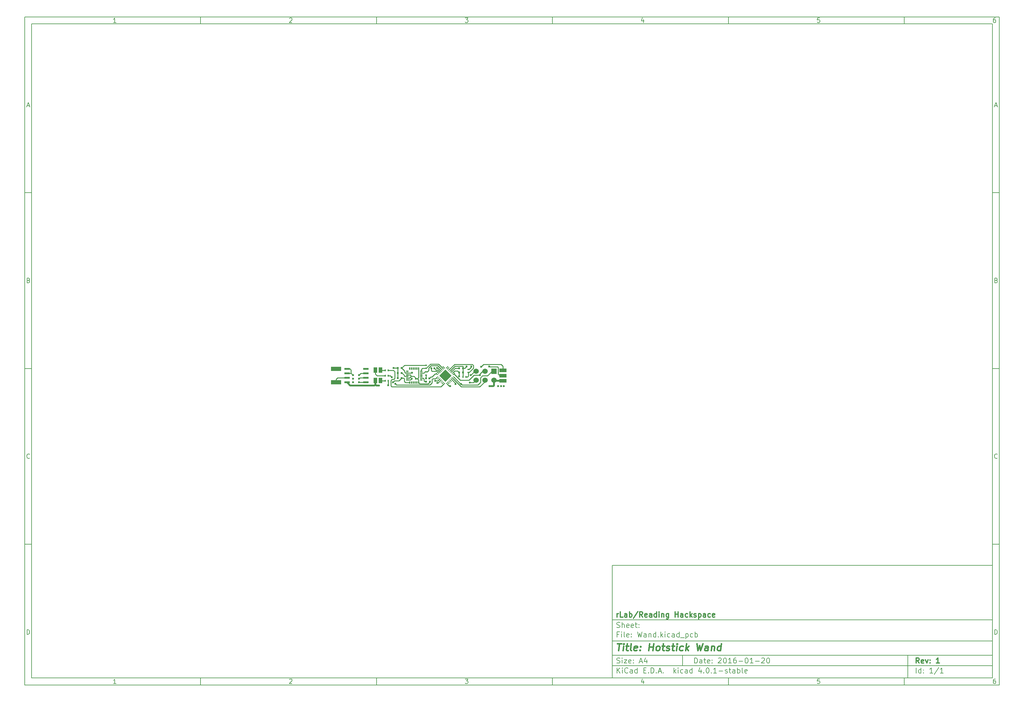
<source format=gbr>
G04 #@! TF.FileFunction,Copper,L1,Top,Signal*
%FSLAX46Y46*%
G04 Gerber Fmt 4.6, Leading zero omitted, Abs format (unit mm)*
G04 Created by KiCad (PCBNEW 4.0.1-stable) date 29/01/2016 19:20:18*
%MOMM*%
G01*
G04 APERTURE LIST*
%ADD10C,0.100000*%
%ADD11C,0.150000*%
%ADD12C,0.300000*%
%ADD13C,0.400000*%
%ADD14R,2.000000X1.000000*%
%ADD15R,0.350000X0.800000*%
%ADD16R,0.800000X0.350000*%
%ADD17R,1.550000X0.600000*%
%ADD18R,0.400000X0.600000*%
%ADD19R,0.600000X0.400000*%
%ADD20R,3.000000X1.200000*%
%ADD21R,0.600000X0.500000*%
%ADD22R,1.100000X1.500000*%
%ADD23R,1.524000X1.524000*%
%ADD24C,1.524000*%
%ADD25C,0.600000*%
%ADD26C,0.500000*%
%ADD27C,0.250000*%
G04 APERTURE END LIST*
D10*
D11*
X177002200Y-166007200D02*
X177002200Y-198007200D01*
X285002200Y-198007200D01*
X285002200Y-166007200D01*
X177002200Y-166007200D01*
D10*
D11*
X10000000Y-10000000D02*
X10000000Y-200007200D01*
X287002200Y-200007200D01*
X287002200Y-10000000D01*
X10000000Y-10000000D01*
D10*
D11*
X12000000Y-12000000D02*
X12000000Y-198007200D01*
X285002200Y-198007200D01*
X285002200Y-12000000D01*
X12000000Y-12000000D01*
D10*
D11*
X60000000Y-12000000D02*
X60000000Y-10000000D01*
D10*
D11*
X110000000Y-12000000D02*
X110000000Y-10000000D01*
D10*
D11*
X160000000Y-12000000D02*
X160000000Y-10000000D01*
D10*
D11*
X210000000Y-12000000D02*
X210000000Y-10000000D01*
D10*
D11*
X260000000Y-12000000D02*
X260000000Y-10000000D01*
D10*
D11*
X35990476Y-11588095D02*
X35247619Y-11588095D01*
X35619048Y-11588095D02*
X35619048Y-10288095D01*
X35495238Y-10473810D01*
X35371429Y-10597619D01*
X35247619Y-10659524D01*
D10*
D11*
X85247619Y-10411905D02*
X85309524Y-10350000D01*
X85433333Y-10288095D01*
X85742857Y-10288095D01*
X85866667Y-10350000D01*
X85928571Y-10411905D01*
X85990476Y-10535714D01*
X85990476Y-10659524D01*
X85928571Y-10845238D01*
X85185714Y-11588095D01*
X85990476Y-11588095D01*
D10*
D11*
X135185714Y-10288095D02*
X135990476Y-10288095D01*
X135557143Y-10783333D01*
X135742857Y-10783333D01*
X135866667Y-10845238D01*
X135928571Y-10907143D01*
X135990476Y-11030952D01*
X135990476Y-11340476D01*
X135928571Y-11464286D01*
X135866667Y-11526190D01*
X135742857Y-11588095D01*
X135371429Y-11588095D01*
X135247619Y-11526190D01*
X135185714Y-11464286D01*
D10*
D11*
X185866667Y-10721429D02*
X185866667Y-11588095D01*
X185557143Y-10226190D02*
X185247619Y-11154762D01*
X186052381Y-11154762D01*
D10*
D11*
X235928571Y-10288095D02*
X235309524Y-10288095D01*
X235247619Y-10907143D01*
X235309524Y-10845238D01*
X235433333Y-10783333D01*
X235742857Y-10783333D01*
X235866667Y-10845238D01*
X235928571Y-10907143D01*
X235990476Y-11030952D01*
X235990476Y-11340476D01*
X235928571Y-11464286D01*
X235866667Y-11526190D01*
X235742857Y-11588095D01*
X235433333Y-11588095D01*
X235309524Y-11526190D01*
X235247619Y-11464286D01*
D10*
D11*
X285866667Y-10288095D02*
X285619048Y-10288095D01*
X285495238Y-10350000D01*
X285433333Y-10411905D01*
X285309524Y-10597619D01*
X285247619Y-10845238D01*
X285247619Y-11340476D01*
X285309524Y-11464286D01*
X285371429Y-11526190D01*
X285495238Y-11588095D01*
X285742857Y-11588095D01*
X285866667Y-11526190D01*
X285928571Y-11464286D01*
X285990476Y-11340476D01*
X285990476Y-11030952D01*
X285928571Y-10907143D01*
X285866667Y-10845238D01*
X285742857Y-10783333D01*
X285495238Y-10783333D01*
X285371429Y-10845238D01*
X285309524Y-10907143D01*
X285247619Y-11030952D01*
D10*
D11*
X60000000Y-198007200D02*
X60000000Y-200007200D01*
D10*
D11*
X110000000Y-198007200D02*
X110000000Y-200007200D01*
D10*
D11*
X160000000Y-198007200D02*
X160000000Y-200007200D01*
D10*
D11*
X210000000Y-198007200D02*
X210000000Y-200007200D01*
D10*
D11*
X260000000Y-198007200D02*
X260000000Y-200007200D01*
D10*
D11*
X35990476Y-199595295D02*
X35247619Y-199595295D01*
X35619048Y-199595295D02*
X35619048Y-198295295D01*
X35495238Y-198481010D01*
X35371429Y-198604819D01*
X35247619Y-198666724D01*
D10*
D11*
X85247619Y-198419105D02*
X85309524Y-198357200D01*
X85433333Y-198295295D01*
X85742857Y-198295295D01*
X85866667Y-198357200D01*
X85928571Y-198419105D01*
X85990476Y-198542914D01*
X85990476Y-198666724D01*
X85928571Y-198852438D01*
X85185714Y-199595295D01*
X85990476Y-199595295D01*
D10*
D11*
X135185714Y-198295295D02*
X135990476Y-198295295D01*
X135557143Y-198790533D01*
X135742857Y-198790533D01*
X135866667Y-198852438D01*
X135928571Y-198914343D01*
X135990476Y-199038152D01*
X135990476Y-199347676D01*
X135928571Y-199471486D01*
X135866667Y-199533390D01*
X135742857Y-199595295D01*
X135371429Y-199595295D01*
X135247619Y-199533390D01*
X135185714Y-199471486D01*
D10*
D11*
X185866667Y-198728629D02*
X185866667Y-199595295D01*
X185557143Y-198233390D02*
X185247619Y-199161962D01*
X186052381Y-199161962D01*
D10*
D11*
X235928571Y-198295295D02*
X235309524Y-198295295D01*
X235247619Y-198914343D01*
X235309524Y-198852438D01*
X235433333Y-198790533D01*
X235742857Y-198790533D01*
X235866667Y-198852438D01*
X235928571Y-198914343D01*
X235990476Y-199038152D01*
X235990476Y-199347676D01*
X235928571Y-199471486D01*
X235866667Y-199533390D01*
X235742857Y-199595295D01*
X235433333Y-199595295D01*
X235309524Y-199533390D01*
X235247619Y-199471486D01*
D10*
D11*
X285866667Y-198295295D02*
X285619048Y-198295295D01*
X285495238Y-198357200D01*
X285433333Y-198419105D01*
X285309524Y-198604819D01*
X285247619Y-198852438D01*
X285247619Y-199347676D01*
X285309524Y-199471486D01*
X285371429Y-199533390D01*
X285495238Y-199595295D01*
X285742857Y-199595295D01*
X285866667Y-199533390D01*
X285928571Y-199471486D01*
X285990476Y-199347676D01*
X285990476Y-199038152D01*
X285928571Y-198914343D01*
X285866667Y-198852438D01*
X285742857Y-198790533D01*
X285495238Y-198790533D01*
X285371429Y-198852438D01*
X285309524Y-198914343D01*
X285247619Y-199038152D01*
D10*
D11*
X10000000Y-60000000D02*
X12000000Y-60000000D01*
D10*
D11*
X10000000Y-110000000D02*
X12000000Y-110000000D01*
D10*
D11*
X10000000Y-160000000D02*
X12000000Y-160000000D01*
D10*
D11*
X10690476Y-35216667D02*
X11309524Y-35216667D01*
X10566667Y-35588095D02*
X11000000Y-34288095D01*
X11433333Y-35588095D01*
D10*
D11*
X11092857Y-84907143D02*
X11278571Y-84969048D01*
X11340476Y-85030952D01*
X11402381Y-85154762D01*
X11402381Y-85340476D01*
X11340476Y-85464286D01*
X11278571Y-85526190D01*
X11154762Y-85588095D01*
X10659524Y-85588095D01*
X10659524Y-84288095D01*
X11092857Y-84288095D01*
X11216667Y-84350000D01*
X11278571Y-84411905D01*
X11340476Y-84535714D01*
X11340476Y-84659524D01*
X11278571Y-84783333D01*
X11216667Y-84845238D01*
X11092857Y-84907143D01*
X10659524Y-84907143D01*
D10*
D11*
X11402381Y-135464286D02*
X11340476Y-135526190D01*
X11154762Y-135588095D01*
X11030952Y-135588095D01*
X10845238Y-135526190D01*
X10721429Y-135402381D01*
X10659524Y-135278571D01*
X10597619Y-135030952D01*
X10597619Y-134845238D01*
X10659524Y-134597619D01*
X10721429Y-134473810D01*
X10845238Y-134350000D01*
X11030952Y-134288095D01*
X11154762Y-134288095D01*
X11340476Y-134350000D01*
X11402381Y-134411905D01*
D10*
D11*
X10659524Y-185588095D02*
X10659524Y-184288095D01*
X10969048Y-184288095D01*
X11154762Y-184350000D01*
X11278571Y-184473810D01*
X11340476Y-184597619D01*
X11402381Y-184845238D01*
X11402381Y-185030952D01*
X11340476Y-185278571D01*
X11278571Y-185402381D01*
X11154762Y-185526190D01*
X10969048Y-185588095D01*
X10659524Y-185588095D01*
D10*
D11*
X287002200Y-60000000D02*
X285002200Y-60000000D01*
D10*
D11*
X287002200Y-110000000D02*
X285002200Y-110000000D01*
D10*
D11*
X287002200Y-160000000D02*
X285002200Y-160000000D01*
D10*
D11*
X285692676Y-35216667D02*
X286311724Y-35216667D01*
X285568867Y-35588095D02*
X286002200Y-34288095D01*
X286435533Y-35588095D01*
D10*
D11*
X286095057Y-84907143D02*
X286280771Y-84969048D01*
X286342676Y-85030952D01*
X286404581Y-85154762D01*
X286404581Y-85340476D01*
X286342676Y-85464286D01*
X286280771Y-85526190D01*
X286156962Y-85588095D01*
X285661724Y-85588095D01*
X285661724Y-84288095D01*
X286095057Y-84288095D01*
X286218867Y-84350000D01*
X286280771Y-84411905D01*
X286342676Y-84535714D01*
X286342676Y-84659524D01*
X286280771Y-84783333D01*
X286218867Y-84845238D01*
X286095057Y-84907143D01*
X285661724Y-84907143D01*
D10*
D11*
X286404581Y-135464286D02*
X286342676Y-135526190D01*
X286156962Y-135588095D01*
X286033152Y-135588095D01*
X285847438Y-135526190D01*
X285723629Y-135402381D01*
X285661724Y-135278571D01*
X285599819Y-135030952D01*
X285599819Y-134845238D01*
X285661724Y-134597619D01*
X285723629Y-134473810D01*
X285847438Y-134350000D01*
X286033152Y-134288095D01*
X286156962Y-134288095D01*
X286342676Y-134350000D01*
X286404581Y-134411905D01*
D10*
D11*
X285661724Y-185588095D02*
X285661724Y-184288095D01*
X285971248Y-184288095D01*
X286156962Y-184350000D01*
X286280771Y-184473810D01*
X286342676Y-184597619D01*
X286404581Y-184845238D01*
X286404581Y-185030952D01*
X286342676Y-185278571D01*
X286280771Y-185402381D01*
X286156962Y-185526190D01*
X285971248Y-185588095D01*
X285661724Y-185588095D01*
D10*
D11*
X200359343Y-193785771D02*
X200359343Y-192285771D01*
X200716486Y-192285771D01*
X200930771Y-192357200D01*
X201073629Y-192500057D01*
X201145057Y-192642914D01*
X201216486Y-192928629D01*
X201216486Y-193142914D01*
X201145057Y-193428629D01*
X201073629Y-193571486D01*
X200930771Y-193714343D01*
X200716486Y-193785771D01*
X200359343Y-193785771D01*
X202502200Y-193785771D02*
X202502200Y-193000057D01*
X202430771Y-192857200D01*
X202287914Y-192785771D01*
X202002200Y-192785771D01*
X201859343Y-192857200D01*
X202502200Y-193714343D02*
X202359343Y-193785771D01*
X202002200Y-193785771D01*
X201859343Y-193714343D01*
X201787914Y-193571486D01*
X201787914Y-193428629D01*
X201859343Y-193285771D01*
X202002200Y-193214343D01*
X202359343Y-193214343D01*
X202502200Y-193142914D01*
X203002200Y-192785771D02*
X203573629Y-192785771D01*
X203216486Y-192285771D02*
X203216486Y-193571486D01*
X203287914Y-193714343D01*
X203430772Y-193785771D01*
X203573629Y-193785771D01*
X204645057Y-193714343D02*
X204502200Y-193785771D01*
X204216486Y-193785771D01*
X204073629Y-193714343D01*
X204002200Y-193571486D01*
X204002200Y-193000057D01*
X204073629Y-192857200D01*
X204216486Y-192785771D01*
X204502200Y-192785771D01*
X204645057Y-192857200D01*
X204716486Y-193000057D01*
X204716486Y-193142914D01*
X204002200Y-193285771D01*
X205359343Y-193642914D02*
X205430771Y-193714343D01*
X205359343Y-193785771D01*
X205287914Y-193714343D01*
X205359343Y-193642914D01*
X205359343Y-193785771D01*
X205359343Y-192857200D02*
X205430771Y-192928629D01*
X205359343Y-193000057D01*
X205287914Y-192928629D01*
X205359343Y-192857200D01*
X205359343Y-193000057D01*
X207145057Y-192428629D02*
X207216486Y-192357200D01*
X207359343Y-192285771D01*
X207716486Y-192285771D01*
X207859343Y-192357200D01*
X207930772Y-192428629D01*
X208002200Y-192571486D01*
X208002200Y-192714343D01*
X207930772Y-192928629D01*
X207073629Y-193785771D01*
X208002200Y-193785771D01*
X208930771Y-192285771D02*
X209073628Y-192285771D01*
X209216485Y-192357200D01*
X209287914Y-192428629D01*
X209359343Y-192571486D01*
X209430771Y-192857200D01*
X209430771Y-193214343D01*
X209359343Y-193500057D01*
X209287914Y-193642914D01*
X209216485Y-193714343D01*
X209073628Y-193785771D01*
X208930771Y-193785771D01*
X208787914Y-193714343D01*
X208716485Y-193642914D01*
X208645057Y-193500057D01*
X208573628Y-193214343D01*
X208573628Y-192857200D01*
X208645057Y-192571486D01*
X208716485Y-192428629D01*
X208787914Y-192357200D01*
X208930771Y-192285771D01*
X210859342Y-193785771D02*
X210002199Y-193785771D01*
X210430771Y-193785771D02*
X210430771Y-192285771D01*
X210287914Y-192500057D01*
X210145056Y-192642914D01*
X210002199Y-192714343D01*
X212145056Y-192285771D02*
X211859342Y-192285771D01*
X211716485Y-192357200D01*
X211645056Y-192428629D01*
X211502199Y-192642914D01*
X211430770Y-192928629D01*
X211430770Y-193500057D01*
X211502199Y-193642914D01*
X211573627Y-193714343D01*
X211716485Y-193785771D01*
X212002199Y-193785771D01*
X212145056Y-193714343D01*
X212216485Y-193642914D01*
X212287913Y-193500057D01*
X212287913Y-193142914D01*
X212216485Y-193000057D01*
X212145056Y-192928629D01*
X212002199Y-192857200D01*
X211716485Y-192857200D01*
X211573627Y-192928629D01*
X211502199Y-193000057D01*
X211430770Y-193142914D01*
X212930770Y-193214343D02*
X214073627Y-193214343D01*
X215073627Y-192285771D02*
X215216484Y-192285771D01*
X215359341Y-192357200D01*
X215430770Y-192428629D01*
X215502199Y-192571486D01*
X215573627Y-192857200D01*
X215573627Y-193214343D01*
X215502199Y-193500057D01*
X215430770Y-193642914D01*
X215359341Y-193714343D01*
X215216484Y-193785771D01*
X215073627Y-193785771D01*
X214930770Y-193714343D01*
X214859341Y-193642914D01*
X214787913Y-193500057D01*
X214716484Y-193214343D01*
X214716484Y-192857200D01*
X214787913Y-192571486D01*
X214859341Y-192428629D01*
X214930770Y-192357200D01*
X215073627Y-192285771D01*
X217002198Y-193785771D02*
X216145055Y-193785771D01*
X216573627Y-193785771D02*
X216573627Y-192285771D01*
X216430770Y-192500057D01*
X216287912Y-192642914D01*
X216145055Y-192714343D01*
X217645055Y-193214343D02*
X218787912Y-193214343D01*
X219430769Y-192428629D02*
X219502198Y-192357200D01*
X219645055Y-192285771D01*
X220002198Y-192285771D01*
X220145055Y-192357200D01*
X220216484Y-192428629D01*
X220287912Y-192571486D01*
X220287912Y-192714343D01*
X220216484Y-192928629D01*
X219359341Y-193785771D01*
X220287912Y-193785771D01*
X221216483Y-192285771D02*
X221359340Y-192285771D01*
X221502197Y-192357200D01*
X221573626Y-192428629D01*
X221645055Y-192571486D01*
X221716483Y-192857200D01*
X221716483Y-193214343D01*
X221645055Y-193500057D01*
X221573626Y-193642914D01*
X221502197Y-193714343D01*
X221359340Y-193785771D01*
X221216483Y-193785771D01*
X221073626Y-193714343D01*
X221002197Y-193642914D01*
X220930769Y-193500057D01*
X220859340Y-193214343D01*
X220859340Y-192857200D01*
X220930769Y-192571486D01*
X221002197Y-192428629D01*
X221073626Y-192357200D01*
X221216483Y-192285771D01*
D10*
D11*
X177002200Y-194507200D02*
X285002200Y-194507200D01*
D10*
D11*
X178359343Y-196585771D02*
X178359343Y-195085771D01*
X179216486Y-196585771D02*
X178573629Y-195728629D01*
X179216486Y-195085771D02*
X178359343Y-195942914D01*
X179859343Y-196585771D02*
X179859343Y-195585771D01*
X179859343Y-195085771D02*
X179787914Y-195157200D01*
X179859343Y-195228629D01*
X179930771Y-195157200D01*
X179859343Y-195085771D01*
X179859343Y-195228629D01*
X181430772Y-196442914D02*
X181359343Y-196514343D01*
X181145057Y-196585771D01*
X181002200Y-196585771D01*
X180787915Y-196514343D01*
X180645057Y-196371486D01*
X180573629Y-196228629D01*
X180502200Y-195942914D01*
X180502200Y-195728629D01*
X180573629Y-195442914D01*
X180645057Y-195300057D01*
X180787915Y-195157200D01*
X181002200Y-195085771D01*
X181145057Y-195085771D01*
X181359343Y-195157200D01*
X181430772Y-195228629D01*
X182716486Y-196585771D02*
X182716486Y-195800057D01*
X182645057Y-195657200D01*
X182502200Y-195585771D01*
X182216486Y-195585771D01*
X182073629Y-195657200D01*
X182716486Y-196514343D02*
X182573629Y-196585771D01*
X182216486Y-196585771D01*
X182073629Y-196514343D01*
X182002200Y-196371486D01*
X182002200Y-196228629D01*
X182073629Y-196085771D01*
X182216486Y-196014343D01*
X182573629Y-196014343D01*
X182716486Y-195942914D01*
X184073629Y-196585771D02*
X184073629Y-195085771D01*
X184073629Y-196514343D02*
X183930772Y-196585771D01*
X183645058Y-196585771D01*
X183502200Y-196514343D01*
X183430772Y-196442914D01*
X183359343Y-196300057D01*
X183359343Y-195871486D01*
X183430772Y-195728629D01*
X183502200Y-195657200D01*
X183645058Y-195585771D01*
X183930772Y-195585771D01*
X184073629Y-195657200D01*
X185930772Y-195800057D02*
X186430772Y-195800057D01*
X186645058Y-196585771D02*
X185930772Y-196585771D01*
X185930772Y-195085771D01*
X186645058Y-195085771D01*
X187287915Y-196442914D02*
X187359343Y-196514343D01*
X187287915Y-196585771D01*
X187216486Y-196514343D01*
X187287915Y-196442914D01*
X187287915Y-196585771D01*
X188002201Y-196585771D02*
X188002201Y-195085771D01*
X188359344Y-195085771D01*
X188573629Y-195157200D01*
X188716487Y-195300057D01*
X188787915Y-195442914D01*
X188859344Y-195728629D01*
X188859344Y-195942914D01*
X188787915Y-196228629D01*
X188716487Y-196371486D01*
X188573629Y-196514343D01*
X188359344Y-196585771D01*
X188002201Y-196585771D01*
X189502201Y-196442914D02*
X189573629Y-196514343D01*
X189502201Y-196585771D01*
X189430772Y-196514343D01*
X189502201Y-196442914D01*
X189502201Y-196585771D01*
X190145058Y-196157200D02*
X190859344Y-196157200D01*
X190002201Y-196585771D02*
X190502201Y-195085771D01*
X191002201Y-196585771D01*
X191502201Y-196442914D02*
X191573629Y-196514343D01*
X191502201Y-196585771D01*
X191430772Y-196514343D01*
X191502201Y-196442914D01*
X191502201Y-196585771D01*
X194502201Y-196585771D02*
X194502201Y-195085771D01*
X194645058Y-196014343D02*
X195073629Y-196585771D01*
X195073629Y-195585771D02*
X194502201Y-196157200D01*
X195716487Y-196585771D02*
X195716487Y-195585771D01*
X195716487Y-195085771D02*
X195645058Y-195157200D01*
X195716487Y-195228629D01*
X195787915Y-195157200D01*
X195716487Y-195085771D01*
X195716487Y-195228629D01*
X197073630Y-196514343D02*
X196930773Y-196585771D01*
X196645059Y-196585771D01*
X196502201Y-196514343D01*
X196430773Y-196442914D01*
X196359344Y-196300057D01*
X196359344Y-195871486D01*
X196430773Y-195728629D01*
X196502201Y-195657200D01*
X196645059Y-195585771D01*
X196930773Y-195585771D01*
X197073630Y-195657200D01*
X198359344Y-196585771D02*
X198359344Y-195800057D01*
X198287915Y-195657200D01*
X198145058Y-195585771D01*
X197859344Y-195585771D01*
X197716487Y-195657200D01*
X198359344Y-196514343D02*
X198216487Y-196585771D01*
X197859344Y-196585771D01*
X197716487Y-196514343D01*
X197645058Y-196371486D01*
X197645058Y-196228629D01*
X197716487Y-196085771D01*
X197859344Y-196014343D01*
X198216487Y-196014343D01*
X198359344Y-195942914D01*
X199716487Y-196585771D02*
X199716487Y-195085771D01*
X199716487Y-196514343D02*
X199573630Y-196585771D01*
X199287916Y-196585771D01*
X199145058Y-196514343D01*
X199073630Y-196442914D01*
X199002201Y-196300057D01*
X199002201Y-195871486D01*
X199073630Y-195728629D01*
X199145058Y-195657200D01*
X199287916Y-195585771D01*
X199573630Y-195585771D01*
X199716487Y-195657200D01*
X202216487Y-195585771D02*
X202216487Y-196585771D01*
X201859344Y-195014343D02*
X201502201Y-196085771D01*
X202430773Y-196085771D01*
X203002201Y-196442914D02*
X203073629Y-196514343D01*
X203002201Y-196585771D01*
X202930772Y-196514343D01*
X203002201Y-196442914D01*
X203002201Y-196585771D01*
X204002201Y-195085771D02*
X204145058Y-195085771D01*
X204287915Y-195157200D01*
X204359344Y-195228629D01*
X204430773Y-195371486D01*
X204502201Y-195657200D01*
X204502201Y-196014343D01*
X204430773Y-196300057D01*
X204359344Y-196442914D01*
X204287915Y-196514343D01*
X204145058Y-196585771D01*
X204002201Y-196585771D01*
X203859344Y-196514343D01*
X203787915Y-196442914D01*
X203716487Y-196300057D01*
X203645058Y-196014343D01*
X203645058Y-195657200D01*
X203716487Y-195371486D01*
X203787915Y-195228629D01*
X203859344Y-195157200D01*
X204002201Y-195085771D01*
X205145058Y-196442914D02*
X205216486Y-196514343D01*
X205145058Y-196585771D01*
X205073629Y-196514343D01*
X205145058Y-196442914D01*
X205145058Y-196585771D01*
X206645058Y-196585771D02*
X205787915Y-196585771D01*
X206216487Y-196585771D02*
X206216487Y-195085771D01*
X206073630Y-195300057D01*
X205930772Y-195442914D01*
X205787915Y-195514343D01*
X207287915Y-196014343D02*
X208430772Y-196014343D01*
X209073629Y-196514343D02*
X209216486Y-196585771D01*
X209502201Y-196585771D01*
X209645058Y-196514343D01*
X209716486Y-196371486D01*
X209716486Y-196300057D01*
X209645058Y-196157200D01*
X209502201Y-196085771D01*
X209287915Y-196085771D01*
X209145058Y-196014343D01*
X209073629Y-195871486D01*
X209073629Y-195800057D01*
X209145058Y-195657200D01*
X209287915Y-195585771D01*
X209502201Y-195585771D01*
X209645058Y-195657200D01*
X210145058Y-195585771D02*
X210716487Y-195585771D01*
X210359344Y-195085771D02*
X210359344Y-196371486D01*
X210430772Y-196514343D01*
X210573630Y-196585771D01*
X210716487Y-196585771D01*
X211859344Y-196585771D02*
X211859344Y-195800057D01*
X211787915Y-195657200D01*
X211645058Y-195585771D01*
X211359344Y-195585771D01*
X211216487Y-195657200D01*
X211859344Y-196514343D02*
X211716487Y-196585771D01*
X211359344Y-196585771D01*
X211216487Y-196514343D01*
X211145058Y-196371486D01*
X211145058Y-196228629D01*
X211216487Y-196085771D01*
X211359344Y-196014343D01*
X211716487Y-196014343D01*
X211859344Y-195942914D01*
X212573630Y-196585771D02*
X212573630Y-195085771D01*
X212573630Y-195657200D02*
X212716487Y-195585771D01*
X213002201Y-195585771D01*
X213145058Y-195657200D01*
X213216487Y-195728629D01*
X213287916Y-195871486D01*
X213287916Y-196300057D01*
X213216487Y-196442914D01*
X213145058Y-196514343D01*
X213002201Y-196585771D01*
X212716487Y-196585771D01*
X212573630Y-196514343D01*
X214145059Y-196585771D02*
X214002201Y-196514343D01*
X213930773Y-196371486D01*
X213930773Y-195085771D01*
X215287915Y-196514343D02*
X215145058Y-196585771D01*
X214859344Y-196585771D01*
X214716487Y-196514343D01*
X214645058Y-196371486D01*
X214645058Y-195800057D01*
X214716487Y-195657200D01*
X214859344Y-195585771D01*
X215145058Y-195585771D01*
X215287915Y-195657200D01*
X215359344Y-195800057D01*
X215359344Y-195942914D01*
X214645058Y-196085771D01*
D10*
D11*
X177002200Y-191507200D02*
X285002200Y-191507200D01*
D10*
D12*
X264216486Y-193785771D02*
X263716486Y-193071486D01*
X263359343Y-193785771D02*
X263359343Y-192285771D01*
X263930771Y-192285771D01*
X264073629Y-192357200D01*
X264145057Y-192428629D01*
X264216486Y-192571486D01*
X264216486Y-192785771D01*
X264145057Y-192928629D01*
X264073629Y-193000057D01*
X263930771Y-193071486D01*
X263359343Y-193071486D01*
X265430771Y-193714343D02*
X265287914Y-193785771D01*
X265002200Y-193785771D01*
X264859343Y-193714343D01*
X264787914Y-193571486D01*
X264787914Y-193000057D01*
X264859343Y-192857200D01*
X265002200Y-192785771D01*
X265287914Y-192785771D01*
X265430771Y-192857200D01*
X265502200Y-193000057D01*
X265502200Y-193142914D01*
X264787914Y-193285771D01*
X266002200Y-192785771D02*
X266359343Y-193785771D01*
X266716485Y-192785771D01*
X267287914Y-193642914D02*
X267359342Y-193714343D01*
X267287914Y-193785771D01*
X267216485Y-193714343D01*
X267287914Y-193642914D01*
X267287914Y-193785771D01*
X267287914Y-192857200D02*
X267359342Y-192928629D01*
X267287914Y-193000057D01*
X267216485Y-192928629D01*
X267287914Y-192857200D01*
X267287914Y-193000057D01*
X269930771Y-193785771D02*
X269073628Y-193785771D01*
X269502200Y-193785771D02*
X269502200Y-192285771D01*
X269359343Y-192500057D01*
X269216485Y-192642914D01*
X269073628Y-192714343D01*
D10*
D11*
X178287914Y-193714343D02*
X178502200Y-193785771D01*
X178859343Y-193785771D01*
X179002200Y-193714343D01*
X179073629Y-193642914D01*
X179145057Y-193500057D01*
X179145057Y-193357200D01*
X179073629Y-193214343D01*
X179002200Y-193142914D01*
X178859343Y-193071486D01*
X178573629Y-193000057D01*
X178430771Y-192928629D01*
X178359343Y-192857200D01*
X178287914Y-192714343D01*
X178287914Y-192571486D01*
X178359343Y-192428629D01*
X178430771Y-192357200D01*
X178573629Y-192285771D01*
X178930771Y-192285771D01*
X179145057Y-192357200D01*
X179787914Y-193785771D02*
X179787914Y-192785771D01*
X179787914Y-192285771D02*
X179716485Y-192357200D01*
X179787914Y-192428629D01*
X179859342Y-192357200D01*
X179787914Y-192285771D01*
X179787914Y-192428629D01*
X180359343Y-192785771D02*
X181145057Y-192785771D01*
X180359343Y-193785771D01*
X181145057Y-193785771D01*
X182287914Y-193714343D02*
X182145057Y-193785771D01*
X181859343Y-193785771D01*
X181716486Y-193714343D01*
X181645057Y-193571486D01*
X181645057Y-193000057D01*
X181716486Y-192857200D01*
X181859343Y-192785771D01*
X182145057Y-192785771D01*
X182287914Y-192857200D01*
X182359343Y-193000057D01*
X182359343Y-193142914D01*
X181645057Y-193285771D01*
X183002200Y-193642914D02*
X183073628Y-193714343D01*
X183002200Y-193785771D01*
X182930771Y-193714343D01*
X183002200Y-193642914D01*
X183002200Y-193785771D01*
X183002200Y-192857200D02*
X183073628Y-192928629D01*
X183002200Y-193000057D01*
X182930771Y-192928629D01*
X183002200Y-192857200D01*
X183002200Y-193000057D01*
X184787914Y-193357200D02*
X185502200Y-193357200D01*
X184645057Y-193785771D02*
X185145057Y-192285771D01*
X185645057Y-193785771D01*
X186787914Y-192785771D02*
X186787914Y-193785771D01*
X186430771Y-192214343D02*
X186073628Y-193285771D01*
X187002200Y-193285771D01*
D10*
D11*
X263359343Y-196585771D02*
X263359343Y-195085771D01*
X264716486Y-196585771D02*
X264716486Y-195085771D01*
X264716486Y-196514343D02*
X264573629Y-196585771D01*
X264287915Y-196585771D01*
X264145057Y-196514343D01*
X264073629Y-196442914D01*
X264002200Y-196300057D01*
X264002200Y-195871486D01*
X264073629Y-195728629D01*
X264145057Y-195657200D01*
X264287915Y-195585771D01*
X264573629Y-195585771D01*
X264716486Y-195657200D01*
X265430772Y-196442914D02*
X265502200Y-196514343D01*
X265430772Y-196585771D01*
X265359343Y-196514343D01*
X265430772Y-196442914D01*
X265430772Y-196585771D01*
X265430772Y-195657200D02*
X265502200Y-195728629D01*
X265430772Y-195800057D01*
X265359343Y-195728629D01*
X265430772Y-195657200D01*
X265430772Y-195800057D01*
X268073629Y-196585771D02*
X267216486Y-196585771D01*
X267645058Y-196585771D02*
X267645058Y-195085771D01*
X267502201Y-195300057D01*
X267359343Y-195442914D01*
X267216486Y-195514343D01*
X269787914Y-195014343D02*
X268502200Y-196942914D01*
X271073629Y-196585771D02*
X270216486Y-196585771D01*
X270645058Y-196585771D02*
X270645058Y-195085771D01*
X270502201Y-195300057D01*
X270359343Y-195442914D01*
X270216486Y-195514343D01*
D10*
D11*
X177002200Y-187507200D02*
X285002200Y-187507200D01*
D10*
D13*
X178454581Y-188211962D02*
X179597438Y-188211962D01*
X178776010Y-190211962D02*
X179026010Y-188211962D01*
X180014105Y-190211962D02*
X180180771Y-188878629D01*
X180264105Y-188211962D02*
X180156962Y-188307200D01*
X180240295Y-188402438D01*
X180347439Y-188307200D01*
X180264105Y-188211962D01*
X180240295Y-188402438D01*
X180847438Y-188878629D02*
X181609343Y-188878629D01*
X181216486Y-188211962D02*
X181002200Y-189926248D01*
X181073630Y-190116724D01*
X181252201Y-190211962D01*
X181442677Y-190211962D01*
X182395058Y-190211962D02*
X182216487Y-190116724D01*
X182145057Y-189926248D01*
X182359343Y-188211962D01*
X183930772Y-190116724D02*
X183728391Y-190211962D01*
X183347439Y-190211962D01*
X183168867Y-190116724D01*
X183097438Y-189926248D01*
X183192676Y-189164343D01*
X183311724Y-188973867D01*
X183514105Y-188878629D01*
X183895057Y-188878629D01*
X184073629Y-188973867D01*
X184145057Y-189164343D01*
X184121248Y-189354819D01*
X183145057Y-189545295D01*
X184895057Y-190021486D02*
X184978392Y-190116724D01*
X184871248Y-190211962D01*
X184787915Y-190116724D01*
X184895057Y-190021486D01*
X184871248Y-190211962D01*
X185026010Y-188973867D02*
X185109344Y-189069105D01*
X185002200Y-189164343D01*
X184918867Y-189069105D01*
X185026010Y-188973867D01*
X185002200Y-189164343D01*
X187347439Y-190211962D02*
X187597439Y-188211962D01*
X187478391Y-189164343D02*
X188621249Y-189164343D01*
X188490297Y-190211962D02*
X188740297Y-188211962D01*
X189728392Y-190211962D02*
X189549821Y-190116724D01*
X189466486Y-190021486D01*
X189395058Y-189831010D01*
X189466486Y-189259581D01*
X189585534Y-189069105D01*
X189692678Y-188973867D01*
X189895058Y-188878629D01*
X190180772Y-188878629D01*
X190359344Y-188973867D01*
X190442677Y-189069105D01*
X190514105Y-189259581D01*
X190442677Y-189831010D01*
X190323629Y-190021486D01*
X190216487Y-190116724D01*
X190014106Y-190211962D01*
X189728392Y-190211962D01*
X191133153Y-188878629D02*
X191895058Y-188878629D01*
X191502201Y-188211962D02*
X191287915Y-189926248D01*
X191359345Y-190116724D01*
X191537916Y-190211962D01*
X191728392Y-190211962D01*
X192311725Y-190116724D02*
X192490297Y-190211962D01*
X192871249Y-190211962D01*
X193073630Y-190116724D01*
X193192677Y-189926248D01*
X193204582Y-189831010D01*
X193133153Y-189640533D01*
X192954582Y-189545295D01*
X192668868Y-189545295D01*
X192490296Y-189450057D01*
X192418867Y-189259581D01*
X192430772Y-189164343D01*
X192549820Y-188973867D01*
X192752201Y-188878629D01*
X193037915Y-188878629D01*
X193216487Y-188973867D01*
X193895058Y-188878629D02*
X194656963Y-188878629D01*
X194264106Y-188211962D02*
X194049820Y-189926248D01*
X194121250Y-190116724D01*
X194299821Y-190211962D01*
X194490297Y-190211962D01*
X195156963Y-190211962D02*
X195323629Y-188878629D01*
X195406963Y-188211962D02*
X195299820Y-188307200D01*
X195383153Y-188402438D01*
X195490297Y-188307200D01*
X195406963Y-188211962D01*
X195383153Y-188402438D01*
X196978392Y-190116724D02*
X196776011Y-190211962D01*
X196395059Y-190211962D01*
X196216488Y-190116724D01*
X196133153Y-190021486D01*
X196061725Y-189831010D01*
X196133153Y-189259581D01*
X196252201Y-189069105D01*
X196359345Y-188973867D01*
X196561725Y-188878629D01*
X196942677Y-188878629D01*
X197121249Y-188973867D01*
X197823630Y-190211962D02*
X198073630Y-188211962D01*
X198109345Y-189450057D02*
X198585535Y-190211962D01*
X198752201Y-188878629D02*
X197895058Y-189640533D01*
X201026012Y-188211962D02*
X201252203Y-190211962D01*
X201811726Y-188783390D01*
X202014108Y-190211962D01*
X202740298Y-188211962D01*
X204109345Y-190211962D02*
X204240297Y-189164343D01*
X204168869Y-188973867D01*
X203990297Y-188878629D01*
X203609345Y-188878629D01*
X203406964Y-188973867D01*
X204121250Y-190116724D02*
X203918869Y-190211962D01*
X203442679Y-190211962D01*
X203264107Y-190116724D01*
X203192678Y-189926248D01*
X203216488Y-189735771D01*
X203335535Y-189545295D01*
X203537917Y-189450057D01*
X204014107Y-189450057D01*
X204216488Y-189354819D01*
X205228392Y-188878629D02*
X205061726Y-190211962D01*
X205204583Y-189069105D02*
X205311727Y-188973867D01*
X205514107Y-188878629D01*
X205799821Y-188878629D01*
X205978393Y-188973867D01*
X206049821Y-189164343D01*
X205918869Y-190211962D01*
X207728393Y-190211962D02*
X207978393Y-188211962D01*
X207740298Y-190116724D02*
X207537917Y-190211962D01*
X207156965Y-190211962D01*
X206978394Y-190116724D01*
X206895059Y-190021486D01*
X206823631Y-189831010D01*
X206895059Y-189259581D01*
X207014107Y-189069105D01*
X207121251Y-188973867D01*
X207323631Y-188878629D01*
X207704583Y-188878629D01*
X207883155Y-188973867D01*
D10*
D11*
X178859343Y-185600057D02*
X178359343Y-185600057D01*
X178359343Y-186385771D02*
X178359343Y-184885771D01*
X179073629Y-184885771D01*
X179645057Y-186385771D02*
X179645057Y-185385771D01*
X179645057Y-184885771D02*
X179573628Y-184957200D01*
X179645057Y-185028629D01*
X179716485Y-184957200D01*
X179645057Y-184885771D01*
X179645057Y-185028629D01*
X180573629Y-186385771D02*
X180430771Y-186314343D01*
X180359343Y-186171486D01*
X180359343Y-184885771D01*
X181716485Y-186314343D02*
X181573628Y-186385771D01*
X181287914Y-186385771D01*
X181145057Y-186314343D01*
X181073628Y-186171486D01*
X181073628Y-185600057D01*
X181145057Y-185457200D01*
X181287914Y-185385771D01*
X181573628Y-185385771D01*
X181716485Y-185457200D01*
X181787914Y-185600057D01*
X181787914Y-185742914D01*
X181073628Y-185885771D01*
X182430771Y-186242914D02*
X182502199Y-186314343D01*
X182430771Y-186385771D01*
X182359342Y-186314343D01*
X182430771Y-186242914D01*
X182430771Y-186385771D01*
X182430771Y-185457200D02*
X182502199Y-185528629D01*
X182430771Y-185600057D01*
X182359342Y-185528629D01*
X182430771Y-185457200D01*
X182430771Y-185600057D01*
X184145057Y-184885771D02*
X184502200Y-186385771D01*
X184787914Y-185314343D01*
X185073628Y-186385771D01*
X185430771Y-184885771D01*
X186645057Y-186385771D02*
X186645057Y-185600057D01*
X186573628Y-185457200D01*
X186430771Y-185385771D01*
X186145057Y-185385771D01*
X186002200Y-185457200D01*
X186645057Y-186314343D02*
X186502200Y-186385771D01*
X186145057Y-186385771D01*
X186002200Y-186314343D01*
X185930771Y-186171486D01*
X185930771Y-186028629D01*
X186002200Y-185885771D01*
X186145057Y-185814343D01*
X186502200Y-185814343D01*
X186645057Y-185742914D01*
X187359343Y-185385771D02*
X187359343Y-186385771D01*
X187359343Y-185528629D02*
X187430771Y-185457200D01*
X187573629Y-185385771D01*
X187787914Y-185385771D01*
X187930771Y-185457200D01*
X188002200Y-185600057D01*
X188002200Y-186385771D01*
X189359343Y-186385771D02*
X189359343Y-184885771D01*
X189359343Y-186314343D02*
X189216486Y-186385771D01*
X188930772Y-186385771D01*
X188787914Y-186314343D01*
X188716486Y-186242914D01*
X188645057Y-186100057D01*
X188645057Y-185671486D01*
X188716486Y-185528629D01*
X188787914Y-185457200D01*
X188930772Y-185385771D01*
X189216486Y-185385771D01*
X189359343Y-185457200D01*
X190073629Y-186242914D02*
X190145057Y-186314343D01*
X190073629Y-186385771D01*
X190002200Y-186314343D01*
X190073629Y-186242914D01*
X190073629Y-186385771D01*
X190787915Y-186385771D02*
X190787915Y-184885771D01*
X190930772Y-185814343D02*
X191359343Y-186385771D01*
X191359343Y-185385771D02*
X190787915Y-185957200D01*
X192002201Y-186385771D02*
X192002201Y-185385771D01*
X192002201Y-184885771D02*
X191930772Y-184957200D01*
X192002201Y-185028629D01*
X192073629Y-184957200D01*
X192002201Y-184885771D01*
X192002201Y-185028629D01*
X193359344Y-186314343D02*
X193216487Y-186385771D01*
X192930773Y-186385771D01*
X192787915Y-186314343D01*
X192716487Y-186242914D01*
X192645058Y-186100057D01*
X192645058Y-185671486D01*
X192716487Y-185528629D01*
X192787915Y-185457200D01*
X192930773Y-185385771D01*
X193216487Y-185385771D01*
X193359344Y-185457200D01*
X194645058Y-186385771D02*
X194645058Y-185600057D01*
X194573629Y-185457200D01*
X194430772Y-185385771D01*
X194145058Y-185385771D01*
X194002201Y-185457200D01*
X194645058Y-186314343D02*
X194502201Y-186385771D01*
X194145058Y-186385771D01*
X194002201Y-186314343D01*
X193930772Y-186171486D01*
X193930772Y-186028629D01*
X194002201Y-185885771D01*
X194145058Y-185814343D01*
X194502201Y-185814343D01*
X194645058Y-185742914D01*
X196002201Y-186385771D02*
X196002201Y-184885771D01*
X196002201Y-186314343D02*
X195859344Y-186385771D01*
X195573630Y-186385771D01*
X195430772Y-186314343D01*
X195359344Y-186242914D01*
X195287915Y-186100057D01*
X195287915Y-185671486D01*
X195359344Y-185528629D01*
X195430772Y-185457200D01*
X195573630Y-185385771D01*
X195859344Y-185385771D01*
X196002201Y-185457200D01*
X196359344Y-186528629D02*
X197502201Y-186528629D01*
X197859344Y-185385771D02*
X197859344Y-186885771D01*
X197859344Y-185457200D02*
X198002201Y-185385771D01*
X198287915Y-185385771D01*
X198430772Y-185457200D01*
X198502201Y-185528629D01*
X198573630Y-185671486D01*
X198573630Y-186100057D01*
X198502201Y-186242914D01*
X198430772Y-186314343D01*
X198287915Y-186385771D01*
X198002201Y-186385771D01*
X197859344Y-186314343D01*
X199859344Y-186314343D02*
X199716487Y-186385771D01*
X199430773Y-186385771D01*
X199287915Y-186314343D01*
X199216487Y-186242914D01*
X199145058Y-186100057D01*
X199145058Y-185671486D01*
X199216487Y-185528629D01*
X199287915Y-185457200D01*
X199430773Y-185385771D01*
X199716487Y-185385771D01*
X199859344Y-185457200D01*
X200502201Y-186385771D02*
X200502201Y-184885771D01*
X200502201Y-185457200D02*
X200645058Y-185385771D01*
X200930772Y-185385771D01*
X201073629Y-185457200D01*
X201145058Y-185528629D01*
X201216487Y-185671486D01*
X201216487Y-186100057D01*
X201145058Y-186242914D01*
X201073629Y-186314343D01*
X200930772Y-186385771D01*
X200645058Y-186385771D01*
X200502201Y-186314343D01*
D10*
D11*
X177002200Y-181507200D02*
X285002200Y-181507200D01*
D10*
D11*
X178287914Y-183614343D02*
X178502200Y-183685771D01*
X178859343Y-183685771D01*
X179002200Y-183614343D01*
X179073629Y-183542914D01*
X179145057Y-183400057D01*
X179145057Y-183257200D01*
X179073629Y-183114343D01*
X179002200Y-183042914D01*
X178859343Y-182971486D01*
X178573629Y-182900057D01*
X178430771Y-182828629D01*
X178359343Y-182757200D01*
X178287914Y-182614343D01*
X178287914Y-182471486D01*
X178359343Y-182328629D01*
X178430771Y-182257200D01*
X178573629Y-182185771D01*
X178930771Y-182185771D01*
X179145057Y-182257200D01*
X179787914Y-183685771D02*
X179787914Y-182185771D01*
X180430771Y-183685771D02*
X180430771Y-182900057D01*
X180359342Y-182757200D01*
X180216485Y-182685771D01*
X180002200Y-182685771D01*
X179859342Y-182757200D01*
X179787914Y-182828629D01*
X181716485Y-183614343D02*
X181573628Y-183685771D01*
X181287914Y-183685771D01*
X181145057Y-183614343D01*
X181073628Y-183471486D01*
X181073628Y-182900057D01*
X181145057Y-182757200D01*
X181287914Y-182685771D01*
X181573628Y-182685771D01*
X181716485Y-182757200D01*
X181787914Y-182900057D01*
X181787914Y-183042914D01*
X181073628Y-183185771D01*
X183002199Y-183614343D02*
X182859342Y-183685771D01*
X182573628Y-183685771D01*
X182430771Y-183614343D01*
X182359342Y-183471486D01*
X182359342Y-182900057D01*
X182430771Y-182757200D01*
X182573628Y-182685771D01*
X182859342Y-182685771D01*
X183002199Y-182757200D01*
X183073628Y-182900057D01*
X183073628Y-183042914D01*
X182359342Y-183185771D01*
X183502199Y-182685771D02*
X184073628Y-182685771D01*
X183716485Y-182185771D02*
X183716485Y-183471486D01*
X183787913Y-183614343D01*
X183930771Y-183685771D01*
X184073628Y-183685771D01*
X184573628Y-183542914D02*
X184645056Y-183614343D01*
X184573628Y-183685771D01*
X184502199Y-183614343D01*
X184573628Y-183542914D01*
X184573628Y-183685771D01*
X184573628Y-182757200D02*
X184645056Y-182828629D01*
X184573628Y-182900057D01*
X184502199Y-182828629D01*
X184573628Y-182757200D01*
X184573628Y-182900057D01*
D10*
D12*
X178359343Y-180685771D02*
X178359343Y-179685771D01*
X178359343Y-179971486D02*
X178430771Y-179828629D01*
X178502200Y-179757200D01*
X178645057Y-179685771D01*
X178787914Y-179685771D01*
X180002200Y-180685771D02*
X179287914Y-180685771D01*
X179287914Y-179185771D01*
X181145057Y-180685771D02*
X181145057Y-179900057D01*
X181073628Y-179757200D01*
X180930771Y-179685771D01*
X180645057Y-179685771D01*
X180502200Y-179757200D01*
X181145057Y-180614343D02*
X181002200Y-180685771D01*
X180645057Y-180685771D01*
X180502200Y-180614343D01*
X180430771Y-180471486D01*
X180430771Y-180328629D01*
X180502200Y-180185771D01*
X180645057Y-180114343D01*
X181002200Y-180114343D01*
X181145057Y-180042914D01*
X181859343Y-180685771D02*
X181859343Y-179185771D01*
X181859343Y-179757200D02*
X182002200Y-179685771D01*
X182287914Y-179685771D01*
X182430771Y-179757200D01*
X182502200Y-179828629D01*
X182573629Y-179971486D01*
X182573629Y-180400057D01*
X182502200Y-180542914D01*
X182430771Y-180614343D01*
X182287914Y-180685771D01*
X182002200Y-180685771D01*
X181859343Y-180614343D01*
X184287914Y-179114343D02*
X183002200Y-181042914D01*
X185645058Y-180685771D02*
X185145058Y-179971486D01*
X184787915Y-180685771D02*
X184787915Y-179185771D01*
X185359343Y-179185771D01*
X185502201Y-179257200D01*
X185573629Y-179328629D01*
X185645058Y-179471486D01*
X185645058Y-179685771D01*
X185573629Y-179828629D01*
X185502201Y-179900057D01*
X185359343Y-179971486D01*
X184787915Y-179971486D01*
X186859343Y-180614343D02*
X186716486Y-180685771D01*
X186430772Y-180685771D01*
X186287915Y-180614343D01*
X186216486Y-180471486D01*
X186216486Y-179900057D01*
X186287915Y-179757200D01*
X186430772Y-179685771D01*
X186716486Y-179685771D01*
X186859343Y-179757200D01*
X186930772Y-179900057D01*
X186930772Y-180042914D01*
X186216486Y-180185771D01*
X188216486Y-180685771D02*
X188216486Y-179900057D01*
X188145057Y-179757200D01*
X188002200Y-179685771D01*
X187716486Y-179685771D01*
X187573629Y-179757200D01*
X188216486Y-180614343D02*
X188073629Y-180685771D01*
X187716486Y-180685771D01*
X187573629Y-180614343D01*
X187502200Y-180471486D01*
X187502200Y-180328629D01*
X187573629Y-180185771D01*
X187716486Y-180114343D01*
X188073629Y-180114343D01*
X188216486Y-180042914D01*
X189573629Y-180685771D02*
X189573629Y-179185771D01*
X189573629Y-180614343D02*
X189430772Y-180685771D01*
X189145058Y-180685771D01*
X189002200Y-180614343D01*
X188930772Y-180542914D01*
X188859343Y-180400057D01*
X188859343Y-179971486D01*
X188930772Y-179828629D01*
X189002200Y-179757200D01*
X189145058Y-179685771D01*
X189430772Y-179685771D01*
X189573629Y-179757200D01*
X190287915Y-180685771D02*
X190287915Y-179685771D01*
X190287915Y-179185771D02*
X190216486Y-179257200D01*
X190287915Y-179328629D01*
X190359343Y-179257200D01*
X190287915Y-179185771D01*
X190287915Y-179328629D01*
X191002201Y-179685771D02*
X191002201Y-180685771D01*
X191002201Y-179828629D02*
X191073629Y-179757200D01*
X191216487Y-179685771D01*
X191430772Y-179685771D01*
X191573629Y-179757200D01*
X191645058Y-179900057D01*
X191645058Y-180685771D01*
X193002201Y-179685771D02*
X193002201Y-180900057D01*
X192930772Y-181042914D01*
X192859344Y-181114343D01*
X192716487Y-181185771D01*
X192502201Y-181185771D01*
X192359344Y-181114343D01*
X193002201Y-180614343D02*
X192859344Y-180685771D01*
X192573630Y-180685771D01*
X192430772Y-180614343D01*
X192359344Y-180542914D01*
X192287915Y-180400057D01*
X192287915Y-179971486D01*
X192359344Y-179828629D01*
X192430772Y-179757200D01*
X192573630Y-179685771D01*
X192859344Y-179685771D01*
X193002201Y-179757200D01*
X194859344Y-180685771D02*
X194859344Y-179185771D01*
X194859344Y-179900057D02*
X195716487Y-179900057D01*
X195716487Y-180685771D02*
X195716487Y-179185771D01*
X197073630Y-180685771D02*
X197073630Y-179900057D01*
X197002201Y-179757200D01*
X196859344Y-179685771D01*
X196573630Y-179685771D01*
X196430773Y-179757200D01*
X197073630Y-180614343D02*
X196930773Y-180685771D01*
X196573630Y-180685771D01*
X196430773Y-180614343D01*
X196359344Y-180471486D01*
X196359344Y-180328629D01*
X196430773Y-180185771D01*
X196573630Y-180114343D01*
X196930773Y-180114343D01*
X197073630Y-180042914D01*
X198430773Y-180614343D02*
X198287916Y-180685771D01*
X198002202Y-180685771D01*
X197859344Y-180614343D01*
X197787916Y-180542914D01*
X197716487Y-180400057D01*
X197716487Y-179971486D01*
X197787916Y-179828629D01*
X197859344Y-179757200D01*
X198002202Y-179685771D01*
X198287916Y-179685771D01*
X198430773Y-179757200D01*
X199073630Y-180685771D02*
X199073630Y-179185771D01*
X199216487Y-180114343D02*
X199645058Y-180685771D01*
X199645058Y-179685771D02*
X199073630Y-180257200D01*
X200216487Y-180614343D02*
X200359344Y-180685771D01*
X200645059Y-180685771D01*
X200787916Y-180614343D01*
X200859344Y-180471486D01*
X200859344Y-180400057D01*
X200787916Y-180257200D01*
X200645059Y-180185771D01*
X200430773Y-180185771D01*
X200287916Y-180114343D01*
X200216487Y-179971486D01*
X200216487Y-179900057D01*
X200287916Y-179757200D01*
X200430773Y-179685771D01*
X200645059Y-179685771D01*
X200787916Y-179757200D01*
X201502202Y-179685771D02*
X201502202Y-181185771D01*
X201502202Y-179757200D02*
X201645059Y-179685771D01*
X201930773Y-179685771D01*
X202073630Y-179757200D01*
X202145059Y-179828629D01*
X202216488Y-179971486D01*
X202216488Y-180400057D01*
X202145059Y-180542914D01*
X202073630Y-180614343D01*
X201930773Y-180685771D01*
X201645059Y-180685771D01*
X201502202Y-180614343D01*
X203502202Y-180685771D02*
X203502202Y-179900057D01*
X203430773Y-179757200D01*
X203287916Y-179685771D01*
X203002202Y-179685771D01*
X202859345Y-179757200D01*
X203502202Y-180614343D02*
X203359345Y-180685771D01*
X203002202Y-180685771D01*
X202859345Y-180614343D01*
X202787916Y-180471486D01*
X202787916Y-180328629D01*
X202859345Y-180185771D01*
X203002202Y-180114343D01*
X203359345Y-180114343D01*
X203502202Y-180042914D01*
X204859345Y-180614343D02*
X204716488Y-180685771D01*
X204430774Y-180685771D01*
X204287916Y-180614343D01*
X204216488Y-180542914D01*
X204145059Y-180400057D01*
X204145059Y-179971486D01*
X204216488Y-179828629D01*
X204287916Y-179757200D01*
X204430774Y-179685771D01*
X204716488Y-179685771D01*
X204859345Y-179757200D01*
X206073630Y-180614343D02*
X205930773Y-180685771D01*
X205645059Y-180685771D01*
X205502202Y-180614343D01*
X205430773Y-180471486D01*
X205430773Y-179900057D01*
X205502202Y-179757200D01*
X205645059Y-179685771D01*
X205930773Y-179685771D01*
X206073630Y-179757200D01*
X206145059Y-179900057D01*
X206145059Y-180042914D01*
X205430773Y-180185771D01*
D10*
D11*
X197002200Y-191507200D02*
X197002200Y-194507200D01*
D10*
D11*
X261002200Y-191507200D02*
X261002200Y-198007200D01*
D14*
X145900000Y-113500000D03*
X145900000Y-110500000D03*
X145900000Y-112000000D03*
D15*
X121950000Y-110000000D03*
X121450000Y-110000000D03*
X120950000Y-110000000D03*
X120450000Y-110000000D03*
X119950000Y-110000000D03*
X119450000Y-110000000D03*
D16*
X118700000Y-110750000D03*
X118700000Y-111250000D03*
X118700000Y-111750000D03*
X118700000Y-112250000D03*
X118700000Y-112750000D03*
X118700000Y-113250000D03*
D15*
X119450000Y-114000000D03*
X119950000Y-114000000D03*
X120450000Y-114000000D03*
X120950000Y-114000000D03*
X121450000Y-114000000D03*
X121950000Y-114000000D03*
D16*
X122700000Y-113250000D03*
X122700000Y-112750000D03*
X122700000Y-112250000D03*
X122700000Y-111750000D03*
X122700000Y-111250000D03*
X122700000Y-110750000D03*
D17*
X101600000Y-110095000D03*
X101600000Y-111365000D03*
X101600000Y-112635000D03*
X101600000Y-113905000D03*
X107000000Y-113905000D03*
X107000000Y-112635000D03*
X107000000Y-111365000D03*
X107000000Y-110095000D03*
D10*
G36*
X127008454Y-112837921D02*
X126852891Y-112682358D01*
X127418576Y-112116673D01*
X127574139Y-112272236D01*
X127008454Y-112837921D01*
X127008454Y-112837921D01*
G37*
G36*
X127326652Y-113156119D02*
X127171089Y-113000556D01*
X127736774Y-112434871D01*
X127892337Y-112590434D01*
X127326652Y-113156119D01*
X127326652Y-113156119D01*
G37*
G36*
X127644850Y-113474317D02*
X127489287Y-113318754D01*
X128054972Y-112753069D01*
X128210535Y-112908632D01*
X127644850Y-113474317D01*
X127644850Y-113474317D01*
G37*
G36*
X127963048Y-113792515D02*
X127807485Y-113636952D01*
X128373170Y-113071267D01*
X128528733Y-113226830D01*
X127963048Y-113792515D01*
X127963048Y-113792515D01*
G37*
G36*
X128281246Y-114110713D02*
X128125683Y-113955150D01*
X128691368Y-113389465D01*
X128846931Y-113545028D01*
X128281246Y-114110713D01*
X128281246Y-114110713D01*
G37*
G36*
X128599444Y-114428911D02*
X128443881Y-114273348D01*
X129009566Y-113707663D01*
X129165129Y-113863226D01*
X128599444Y-114428911D01*
X128599444Y-114428911D01*
G37*
G36*
X128917642Y-114747109D02*
X128762079Y-114591546D01*
X129327764Y-114025861D01*
X129483327Y-114181424D01*
X128917642Y-114747109D01*
X128917642Y-114747109D01*
G37*
G36*
X130437921Y-114591546D02*
X130282358Y-114747109D01*
X129716673Y-114181424D01*
X129872236Y-114025861D01*
X130437921Y-114591546D01*
X130437921Y-114591546D01*
G37*
G36*
X130756119Y-114273348D02*
X130600556Y-114428911D01*
X130034871Y-113863226D01*
X130190434Y-113707663D01*
X130756119Y-114273348D01*
X130756119Y-114273348D01*
G37*
G36*
X131074317Y-113955150D02*
X130918754Y-114110713D01*
X130353069Y-113545028D01*
X130508632Y-113389465D01*
X131074317Y-113955150D01*
X131074317Y-113955150D01*
G37*
G36*
X131392515Y-113636952D02*
X131236952Y-113792515D01*
X130671267Y-113226830D01*
X130826830Y-113071267D01*
X131392515Y-113636952D01*
X131392515Y-113636952D01*
G37*
G36*
X131710713Y-113318754D02*
X131555150Y-113474317D01*
X130989465Y-112908632D01*
X131145028Y-112753069D01*
X131710713Y-113318754D01*
X131710713Y-113318754D01*
G37*
G36*
X132028911Y-113000556D02*
X131873348Y-113156119D01*
X131307663Y-112590434D01*
X131463226Y-112434871D01*
X132028911Y-113000556D01*
X132028911Y-113000556D01*
G37*
G36*
X132347109Y-112682358D02*
X132191546Y-112837921D01*
X131625861Y-112272236D01*
X131781424Y-112116673D01*
X132347109Y-112682358D01*
X132347109Y-112682358D01*
G37*
G36*
X131781424Y-111883327D02*
X131625861Y-111727764D01*
X132191546Y-111162079D01*
X132347109Y-111317642D01*
X131781424Y-111883327D01*
X131781424Y-111883327D01*
G37*
G36*
X131463226Y-111565129D02*
X131307663Y-111409566D01*
X131873348Y-110843881D01*
X132028911Y-110999444D01*
X131463226Y-111565129D01*
X131463226Y-111565129D01*
G37*
G36*
X131145028Y-111246931D02*
X130989465Y-111091368D01*
X131555150Y-110525683D01*
X131710713Y-110681246D01*
X131145028Y-111246931D01*
X131145028Y-111246931D01*
G37*
G36*
X130826830Y-110928733D02*
X130671267Y-110773170D01*
X131236952Y-110207485D01*
X131392515Y-110363048D01*
X130826830Y-110928733D01*
X130826830Y-110928733D01*
G37*
G36*
X130508632Y-110610535D02*
X130353069Y-110454972D01*
X130918754Y-109889287D01*
X131074317Y-110044850D01*
X130508632Y-110610535D01*
X130508632Y-110610535D01*
G37*
G36*
X130190434Y-110292337D02*
X130034871Y-110136774D01*
X130600556Y-109571089D01*
X130756119Y-109726652D01*
X130190434Y-110292337D01*
X130190434Y-110292337D01*
G37*
G36*
X129872236Y-109974139D02*
X129716673Y-109818576D01*
X130282358Y-109252891D01*
X130437921Y-109408454D01*
X129872236Y-109974139D01*
X129872236Y-109974139D01*
G37*
G36*
X129483327Y-109818576D02*
X129327764Y-109974139D01*
X128762079Y-109408454D01*
X128917642Y-109252891D01*
X129483327Y-109818576D01*
X129483327Y-109818576D01*
G37*
G36*
X129165129Y-110136774D02*
X129009566Y-110292337D01*
X128443881Y-109726652D01*
X128599444Y-109571089D01*
X129165129Y-110136774D01*
X129165129Y-110136774D01*
G37*
G36*
X128846931Y-110454972D02*
X128691368Y-110610535D01*
X128125683Y-110044850D01*
X128281246Y-109889287D01*
X128846931Y-110454972D01*
X128846931Y-110454972D01*
G37*
G36*
X128528733Y-110773170D02*
X128373170Y-110928733D01*
X127807485Y-110363048D01*
X127963048Y-110207485D01*
X128528733Y-110773170D01*
X128528733Y-110773170D01*
G37*
G36*
X128210535Y-111091368D02*
X128054972Y-111246931D01*
X127489287Y-110681246D01*
X127644850Y-110525683D01*
X128210535Y-111091368D01*
X128210535Y-111091368D01*
G37*
G36*
X127892337Y-111409566D02*
X127736774Y-111565129D01*
X127171089Y-110999444D01*
X127326652Y-110843881D01*
X127892337Y-111409566D01*
X127892337Y-111409566D01*
G37*
G36*
X127574139Y-111727764D02*
X127418576Y-111883327D01*
X126852891Y-111317642D01*
X127008454Y-111162079D01*
X127574139Y-111727764D01*
X127574139Y-111727764D01*
G37*
G36*
X130448528Y-112848528D02*
X129600000Y-112000000D01*
X130448528Y-111151472D01*
X131297056Y-112000000D01*
X130448528Y-112848528D01*
X130448528Y-112848528D01*
G37*
G36*
X129600000Y-112000000D02*
X128751472Y-111151472D01*
X129600000Y-110302944D01*
X130448528Y-111151472D01*
X129600000Y-112000000D01*
X129600000Y-112000000D01*
G37*
G36*
X129600000Y-113697056D02*
X128751472Y-112848528D01*
X129600000Y-112000000D01*
X130448528Y-112848528D01*
X129600000Y-113697056D01*
X129600000Y-113697056D01*
G37*
G36*
X128751472Y-112848528D02*
X127902944Y-112000000D01*
X128751472Y-111151472D01*
X129600000Y-112000000D01*
X128751472Y-112848528D01*
X128751472Y-112848528D01*
G37*
D18*
X113350000Y-112000000D03*
X112450000Y-112000000D03*
X113350000Y-110500000D03*
X112450000Y-110500000D03*
X113350000Y-113500000D03*
X112450000Y-113500000D03*
D19*
X124100000Y-111850000D03*
X124100000Y-110950000D03*
X124100000Y-109050000D03*
X124100000Y-109950000D03*
D20*
X98500000Y-110100000D03*
X98500000Y-113900000D03*
D21*
X125150000Y-113700000D03*
X124050000Y-113700000D03*
X116050000Y-111250000D03*
X117150000Y-111250000D03*
X116050000Y-112700000D03*
X117150000Y-112700000D03*
X116050000Y-109850000D03*
X117150000Y-109850000D03*
X133450000Y-109900000D03*
X134550000Y-109900000D03*
X133450000Y-111100000D03*
X134550000Y-111100000D03*
D22*
X109650000Y-113400000D03*
X109650000Y-110400000D03*
X111150000Y-110400000D03*
X111150000Y-113400000D03*
D23*
X143340000Y-110730000D03*
D24*
X143340000Y-113270000D03*
X140800000Y-110730000D03*
X140800000Y-113270000D03*
X138260000Y-110730000D03*
X138260000Y-113270000D03*
D18*
X135450000Y-112400000D03*
X134550000Y-112400000D03*
D19*
X136100000Y-110250000D03*
X136100000Y-111150000D03*
D25*
X142100000Y-115000000D03*
X133500000Y-112200000D03*
X120100000Y-111200000D03*
X114700000Y-113900000D03*
X124100000Y-112800000D03*
X110700000Y-114800000D03*
X126700000Y-113500000D03*
X103300000Y-111900000D03*
X135600000Y-109400000D03*
X136500000Y-114000000D03*
X121200000Y-112900000D03*
X103300000Y-113900000D03*
X144600000Y-115000000D03*
X145400000Y-115000000D03*
X146200000Y-115000000D03*
X103300000Y-112900000D03*
X127300000Y-114100000D03*
X114800000Y-109800000D03*
X134100000Y-114400000D03*
X105000000Y-111900000D03*
X105000000Y-113900000D03*
X139400000Y-111900000D03*
X136800000Y-111900000D03*
X127200000Y-109800000D03*
X136900000Y-109400000D03*
X139700000Y-109500000D03*
X126400000Y-109900000D03*
X142000000Y-109450000D03*
X125600000Y-109900000D03*
X113350000Y-114750000D03*
X115350000Y-114350000D03*
X130950000Y-115000000D03*
X114350000Y-112450000D03*
X132450000Y-114400000D03*
X105000000Y-112900000D03*
X120000000Y-112900000D03*
X125000000Y-112800000D03*
D26*
X143200000Y-115000000D02*
X143340000Y-114860000D01*
X143340000Y-113270000D02*
X143340000Y-114860000D01*
X142900000Y-115000000D02*
X143200000Y-115000000D01*
X142900000Y-115000000D02*
X142100000Y-115000000D01*
D27*
X133500000Y-112200000D02*
X133500000Y-111150000D01*
X133450000Y-111100000D02*
X133500000Y-111150000D01*
X131668287Y-111204505D02*
X132172792Y-110700000D01*
X133050000Y-110700000D02*
X133450000Y-111100000D01*
X132172792Y-110700000D02*
X133050000Y-110700000D01*
X120050000Y-111250000D02*
X120100000Y-111200000D01*
X118200000Y-111250000D02*
X120050000Y-111250000D01*
D26*
X109400000Y-114800000D02*
X102495000Y-114800000D01*
X109650000Y-114550000D02*
X109400000Y-114800000D01*
X102495000Y-114800000D02*
X101600000Y-113905000D01*
X109650000Y-113400000D02*
X109650000Y-114550000D01*
D27*
X116250000Y-113500000D02*
X116350000Y-113500000D01*
X116350000Y-113500000D02*
X117150000Y-112700000D01*
X114700000Y-113900000D02*
X115100000Y-113500000D01*
X115100000Y-113500000D02*
X116250000Y-113500000D01*
X117850000Y-113000000D02*
X117850000Y-112850000D01*
X117850000Y-112850000D02*
X117700000Y-112700000D01*
X117700000Y-112700000D02*
X117150000Y-112700000D01*
X117850000Y-113000000D02*
X117850000Y-113650000D01*
X119450000Y-114000000D02*
X118200000Y-114000000D01*
X117850000Y-113650000D02*
X118200000Y-114000000D01*
X124100000Y-112800000D02*
X124100000Y-111850000D01*
D26*
X109650000Y-114550000D02*
X109900000Y-114800000D01*
X109900000Y-114800000D02*
X110700000Y-114800000D01*
X145900000Y-113500000D02*
X143570000Y-113500000D01*
D27*
X124100000Y-109050000D02*
X117950000Y-109050000D01*
X117950000Y-109050000D02*
X117150000Y-109850000D01*
X109650000Y-113750000D02*
X109650000Y-113400000D01*
X118700000Y-111250000D02*
X118200000Y-111250000D01*
X118200000Y-111250000D02*
X117950000Y-111000000D01*
X117950000Y-111000000D02*
X117950000Y-110650000D01*
X117950000Y-110650000D02*
X117150000Y-109850000D01*
X127200000Y-113500000D02*
X127463604Y-113500000D01*
X126700000Y-113500000D02*
X127200000Y-113500000D01*
X142900000Y-113710000D02*
X143340000Y-113270000D01*
X143570000Y-113500000D02*
X143340000Y-113270000D01*
X127463604Y-113500000D02*
X127849911Y-113113693D01*
X127463604Y-113500000D02*
X127849911Y-113113693D01*
X127849911Y-113113693D02*
X127849911Y-113150089D01*
X102765000Y-111365000D02*
X102750000Y-111350000D01*
X102450000Y-110100000D02*
X101605000Y-110100000D01*
X102750000Y-110400000D02*
X102450000Y-110100000D01*
X102750000Y-111350000D02*
X102750000Y-110400000D01*
X101605000Y-110100000D02*
X101600000Y-110095000D01*
X103300000Y-111900000D02*
X102765000Y-111365000D01*
X102765000Y-111365000D02*
X101600000Y-111365000D01*
X135200000Y-109900000D02*
X135200000Y-109800000D01*
X135200000Y-109800000D02*
X135600000Y-109400000D01*
X135200000Y-109900000D02*
X134550000Y-109900000D01*
X136500000Y-114000000D02*
X137530000Y-114000000D01*
X137530000Y-114000000D02*
X138260000Y-113270000D01*
X134550000Y-109900000D02*
X134550000Y-109350002D01*
X134550000Y-109350002D02*
X134499998Y-109300000D01*
X134499998Y-109300000D02*
X132300000Y-109300000D01*
X132300000Y-109300000D02*
X131031891Y-110568109D01*
X134550000Y-111100000D02*
X134550000Y-112400000D01*
X134550000Y-109900000D02*
X134550000Y-111100000D01*
X121200000Y-112900000D02*
X121200000Y-112800000D01*
X120650000Y-112250000D02*
X119800000Y-112250000D01*
X119775000Y-112275000D02*
X119800000Y-112250000D01*
X121200000Y-112800000D02*
X120650000Y-112250000D01*
X121200000Y-112900000D02*
X121600000Y-112900000D01*
X121600000Y-112900000D02*
X121950000Y-112550000D01*
X121950000Y-112550000D02*
X121950000Y-110000000D01*
X121950000Y-113250000D02*
X121950000Y-114000000D01*
X121600000Y-112900000D02*
X121950000Y-113250000D01*
X101600000Y-110095000D02*
X102195000Y-110095000D01*
X119775000Y-112275000D02*
X119775000Y-111975000D01*
X119550000Y-111750000D02*
X118700000Y-111750000D01*
X119775000Y-111975000D02*
X119550000Y-111750000D01*
X119300000Y-112750000D02*
X119775000Y-112275000D01*
X119300000Y-112750000D02*
X118700000Y-112750000D01*
X125150000Y-113700000D02*
X125150000Y-113850000D01*
X125150000Y-113850000D02*
X124700002Y-114299998D01*
X122249998Y-114299998D02*
X121950000Y-114000000D01*
X124700002Y-114299998D02*
X122249998Y-114299998D01*
X114850000Y-109850000D02*
X116050000Y-109850000D01*
X114800000Y-109800000D02*
X114850000Y-109850000D01*
X116050000Y-109850000D02*
X116050000Y-111250000D01*
X116050000Y-111250000D02*
X116050000Y-112600000D01*
X128168109Y-113431891D02*
X127500000Y-114100000D01*
X127500000Y-114100000D02*
X127300000Y-114100000D01*
X133450000Y-109900000D02*
X132336396Y-109900000D01*
X132336396Y-109900000D02*
X131350089Y-110886307D01*
X117150000Y-111250000D02*
X117250000Y-111250000D01*
X117250000Y-111250000D02*
X117850000Y-111850000D01*
X117850000Y-111850000D02*
X117850000Y-112100000D01*
X117850000Y-112100000D02*
X118000000Y-112250000D01*
X118000000Y-112250000D02*
X118700000Y-112250000D01*
X124050000Y-113700000D02*
X123750000Y-113700000D01*
X123750000Y-113700000D02*
X123500000Y-113450000D01*
X122700000Y-112750000D02*
X123250000Y-112750000D01*
X123500000Y-113000000D02*
X123500000Y-113450000D01*
X123250000Y-112750000D02*
X123500000Y-113000000D01*
X110700000Y-112000000D02*
X110100000Y-112000000D01*
X112450000Y-112000000D02*
X110700000Y-112000000D01*
X109650000Y-111550000D02*
X109650000Y-110400000D01*
X110100000Y-112000000D02*
X109650000Y-111550000D01*
X109650000Y-110950000D02*
X109650000Y-110500000D01*
X112450000Y-110500000D02*
X110750000Y-110500000D01*
X112450000Y-113500000D02*
X110750000Y-113500000D01*
X131986485Y-112477297D02*
X131986485Y-112486485D01*
X131986485Y-112486485D02*
X133900000Y-114400000D01*
X133900000Y-114400000D02*
X134100000Y-114400000D01*
X105535000Y-111365000D02*
X105000000Y-111900000D01*
X105535000Y-111365000D02*
X107000000Y-111365000D01*
X139550000Y-112600000D02*
X140100000Y-112050000D01*
X140100000Y-112050000D02*
X141550000Y-112050000D01*
X141550000Y-112050000D02*
X142870000Y-110730000D01*
X143340000Y-110730000D02*
X142870000Y-110730000D01*
X134100000Y-114400000D02*
X134350000Y-114650000D01*
X134000000Y-114400000D02*
X134100000Y-114400000D01*
X139550000Y-113900000D02*
X139550000Y-112600000D01*
X138800000Y-114650000D02*
X139550000Y-113900000D01*
X138800000Y-114650000D02*
X134350000Y-114650000D01*
X139400000Y-111900000D02*
X137700000Y-111900000D01*
X133763782Y-113300000D02*
X131986485Y-111522703D01*
X134300000Y-113300000D02*
X133763782Y-113300000D01*
X136300000Y-113300000D02*
X134300000Y-113300000D01*
X137700000Y-111900000D02*
X136300000Y-113300000D01*
X107000000Y-113905000D02*
X105005000Y-113905000D01*
X105005000Y-113905000D02*
X105000000Y-113900000D01*
X139400000Y-111500000D02*
X140170000Y-110730000D01*
X139400000Y-111900000D02*
X139400000Y-111500000D01*
X140170000Y-110730000D02*
X140800000Y-110730000D01*
X139300000Y-115200000D02*
X134072792Y-115200000D01*
X140800000Y-113700000D02*
X139300000Y-115200000D01*
X140800000Y-113270000D02*
X140800000Y-113700000D01*
X134072792Y-115200000D02*
X131668287Y-112795495D01*
X127400000Y-109800000D02*
X127200000Y-109800000D01*
X127400000Y-109800000D02*
X128168109Y-110568109D01*
X136800000Y-111900000D02*
X137970000Y-110730000D01*
X137970000Y-110730000D02*
X138260000Y-110730000D01*
X136800000Y-111900000D02*
X136800000Y-111690000D01*
X138260000Y-110730000D02*
X138260000Y-110840000D01*
X136100000Y-110250000D02*
X136250000Y-110250000D01*
X136250000Y-110250000D02*
X136900000Y-109600000D01*
X136900000Y-109600000D02*
X136900000Y-109400000D01*
X98965000Y-112635000D02*
X101600000Y-112635000D01*
X98500000Y-113900000D02*
X98500000Y-113100000D01*
X98500000Y-113100000D02*
X98965000Y-112635000D01*
X145900000Y-110500000D02*
X145900000Y-109300000D01*
X145400000Y-108800000D02*
X145900000Y-109300000D01*
X140400000Y-108800000D02*
X145400000Y-108800000D01*
X139700000Y-109500000D02*
X140400000Y-108800000D01*
X127363602Y-110399998D02*
X126899998Y-110399998D01*
X126899998Y-110399998D02*
X126400000Y-109900000D01*
X127363602Y-110399998D02*
X127849911Y-110886307D01*
X145900000Y-110500000D02*
X145900000Y-109850000D01*
X144400000Y-109500000D02*
X142050000Y-109500000D01*
X144550000Y-109650000D02*
X144400000Y-109500000D01*
X144550000Y-111550000D02*
X144550000Y-109650000D01*
X142050000Y-109500000D02*
X142000000Y-109450000D01*
X144550000Y-111550000D02*
X145000000Y-112000000D01*
X127531713Y-111204505D02*
X127127208Y-110800000D01*
X125600000Y-109900000D02*
X125650000Y-109900000D01*
X125600000Y-110600000D02*
X125600000Y-109900000D01*
X125800000Y-110800000D02*
X125600000Y-110600000D01*
X127127208Y-110800000D02*
X125800000Y-110800000D01*
X145900000Y-112000000D02*
X145000000Y-112000000D01*
X127650000Y-108750000D02*
X128804505Y-109904505D01*
X122700000Y-110750000D02*
X122700000Y-110300000D01*
X123500000Y-109950000D02*
X124100000Y-109950000D01*
X123050000Y-109950000D02*
X123500000Y-109950000D01*
X122700000Y-110300000D02*
X123050000Y-109950000D01*
X128804505Y-109931713D02*
X128804505Y-109904505D01*
X124100000Y-109950000D02*
X125300000Y-108750000D01*
X125300000Y-108750000D02*
X127650000Y-108750000D01*
X128486307Y-110236309D02*
X127400000Y-109150002D01*
X125499998Y-109150002D02*
X127400000Y-109150002D01*
X124850000Y-109800000D02*
X125499998Y-109150002D01*
X128486307Y-110249911D02*
X128486307Y-110236309D01*
X124100000Y-110950000D02*
X124400000Y-110950000D01*
X124400000Y-110950000D02*
X124850000Y-110500000D01*
X124850000Y-110500000D02*
X124850000Y-109800000D01*
X124100000Y-110950000D02*
X123750000Y-110950000D01*
X123450000Y-111250000D02*
X122700000Y-111250000D01*
X123750000Y-110950000D02*
X123450000Y-111250000D01*
X113350000Y-113500000D02*
X113350000Y-114750000D01*
X115700000Y-114700000D02*
X125200000Y-114700000D01*
X115700000Y-114700000D02*
X115350000Y-114350000D01*
X126790812Y-112900000D02*
X127213515Y-112477297D01*
X126000000Y-112900000D02*
X126790812Y-112900000D01*
X125800000Y-113100000D02*
X126000000Y-112900000D01*
X125800000Y-114100000D02*
X125800000Y-113100000D01*
X125200000Y-114700000D02*
X125800000Y-114100000D01*
X127213515Y-112477297D02*
X127213515Y-112486485D01*
X115200000Y-110900000D02*
X115200000Y-112800000D01*
X115200000Y-110900000D02*
X114800000Y-110500000D01*
X114800000Y-110500000D02*
X113350000Y-110500000D01*
X113400000Y-110500000D02*
X113350000Y-110500000D01*
X129063515Y-114386485D02*
X128300000Y-115150000D01*
X114350000Y-115150000D02*
X128300000Y-115150000D01*
X114100000Y-114900000D02*
X114350000Y-115150000D01*
X114100000Y-113400000D02*
X114100000Y-114900000D01*
X114400000Y-113100000D02*
X114100000Y-113400000D01*
X114900000Y-113100000D02*
X114400000Y-113100000D01*
X115200000Y-112800000D02*
X114900000Y-113100000D01*
X129122703Y-114386485D02*
X129063515Y-114386485D01*
X130850000Y-114900000D02*
X130950000Y-115000000D01*
X130600000Y-114900000D02*
X130850000Y-114900000D01*
X130086485Y-114386485D02*
X130600000Y-114900000D01*
X130077297Y-114386485D02*
X130086485Y-114386485D01*
X113900000Y-112000000D02*
X113350000Y-112000000D01*
X114350000Y-112450000D02*
X113900000Y-112000000D01*
X132500000Y-114350000D02*
X132450000Y-114400000D01*
X131363693Y-113113693D02*
X132500000Y-114250000D01*
X132500000Y-114250000D02*
X132500000Y-114350000D01*
X105265000Y-112635000D02*
X105000000Y-112900000D01*
X105265000Y-112635000D02*
X107000000Y-112635000D01*
X131350089Y-113113693D02*
X131363693Y-113113693D01*
X120000000Y-112900000D02*
X119650000Y-113250000D01*
X118700000Y-113250000D02*
X119650000Y-113250000D01*
X126627297Y-111522703D02*
X125800000Y-112350000D01*
X127213515Y-111522703D02*
X126627297Y-111522703D01*
X125450000Y-112350000D02*
X125000000Y-112800000D01*
X125800000Y-112350000D02*
X125450000Y-112350000D01*
X136100000Y-111150000D02*
X136250000Y-111150000D01*
X136250000Y-111150000D02*
X137500000Y-109900000D01*
X132163604Y-108800000D02*
X130713693Y-110249911D01*
X137200000Y-108800000D02*
X132163604Y-108800000D01*
X137500000Y-109100000D02*
X137200000Y-108800000D01*
X137500000Y-109900000D02*
X137500000Y-109100000D01*
X135450000Y-112400000D02*
X135800000Y-112400000D01*
X136100000Y-112100000D02*
X136100000Y-111150000D01*
X135800000Y-112400000D02*
X136100000Y-112100000D01*
M02*

</source>
